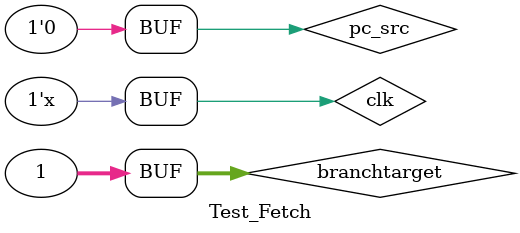
<source format=v>
`timescale 1ns / 1ps


module Test_Fetch;

	// Inputs
	reg pc_src;
	reg [31:0] branchtarget;
	reg clk;

	// Outputs
	wire [31:0] ins;
	wire [31:0] nextpc;
	wire hit;

	// Instantiate the Unit Under Test (UUT)
	Fetch uut (
		.pc_src(pc_src), 
		.branchtarget(branchtarget), 
		.clk(clk), 
		.ins(ins), 
		.nextpc(nextpc), 
		.hit(hit)
	);
	/*initial begin
		clk = 0 ;
	end*/
	always #50 clk = ~clk; 
	
	initial begin
		// Initialize Inputs
		pc_src = 0;
		branchtarget = 0;
		clk = 0 ;
		
		#100;
		
		pc_src = 0;
		branchtarget = 1;
		clk = 0 ;

	end
      
endmodule


</source>
